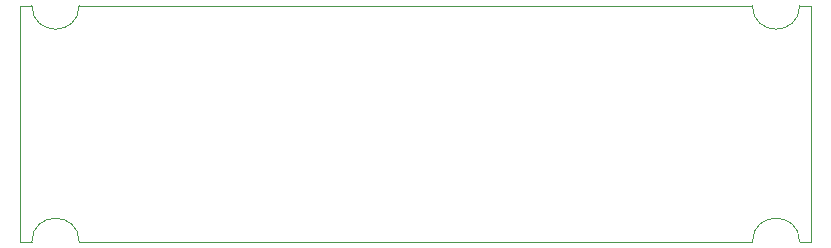
<source format=gbr>
G04 #@! TF.GenerationSoftware,KiCad,Pcbnew,5.1.6-c6e7f7d~87~ubuntu18.04.1*
G04 #@! TF.CreationDate,2021-03-10T22:13:46+06:00*
G04 #@! TF.ProjectId,USG_plus_LQFP,5553475f-706c-4757-935f-4c5146502e6b,rev?*
G04 #@! TF.SameCoordinates,Original*
G04 #@! TF.FileFunction,Profile,NP*
%FSLAX46Y46*%
G04 Gerber Fmt 4.6, Leading zero omitted, Abs format (unit mm)*
G04 Created by KiCad (PCBNEW 5.1.6-c6e7f7d~87~ubuntu18.04.1) date 2021-03-10 22:13:46*
%MOMM*%
%LPD*%
G01*
G04 APERTURE LIST*
G04 #@! TA.AperFunction,Profile*
%ADD10C,0.050000*%
G04 #@! TD*
G04 APERTURE END LIST*
D10*
X166000000Y-130000000D02*
X167000000Y-130000000D01*
X166000000Y-150000000D02*
X167000000Y-150000000D01*
X166000000Y-130000000D02*
G75*
G02*
X162000000Y-130000000I-2000000J0D01*
G01*
X162000000Y-150000000D02*
G75*
G02*
X166000000Y-150000000I2000000J0D01*
G01*
X100000000Y-130000000D02*
X101000000Y-130000000D01*
X100000000Y-150000000D02*
X101000000Y-150000000D01*
X105000000Y-130000000D02*
G75*
G02*
X101000000Y-130000000I-2000000J0D01*
G01*
X101000000Y-150000000D02*
G75*
G02*
X105000000Y-150000000I2000000J0D01*
G01*
X100000000Y-130000000D02*
X100000000Y-150000000D01*
X162000000Y-130000000D02*
X105000000Y-130000000D01*
X167000000Y-150000000D02*
X167000000Y-130000000D01*
X105000000Y-150000000D02*
X162000000Y-150000000D01*
M02*

</source>
